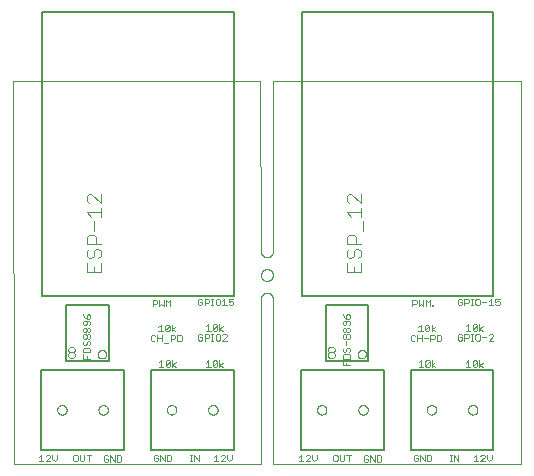
<source format=gto>
G75*
%MOIN*%
%OFA0B0*%
%FSLAX25Y25*%
%IPPOS*%
%LPD*%
%AMOC8*
5,1,8,0,0,1.08239X$1,22.5*
%
%ADD10C,0.00394*%
%ADD11C,0.00500*%
%ADD12C,0.00000*%
%ADD13C,0.00200*%
%ADD14C,0.00400*%
D10*
X0001394Y0001197D02*
X0001197Y0129031D01*
X0083559Y0129031D01*
X0083756Y0072063D01*
X0083755Y0072063D02*
X0083757Y0071976D01*
X0083763Y0071889D01*
X0083772Y0071802D01*
X0083786Y0071716D01*
X0083803Y0071631D01*
X0083824Y0071546D01*
X0083849Y0071463D01*
X0083877Y0071380D01*
X0083909Y0071299D01*
X0083945Y0071220D01*
X0083984Y0071142D01*
X0084026Y0071066D01*
X0084072Y0070992D01*
X0084121Y0070920D01*
X0084173Y0070850D01*
X0084228Y0070783D01*
X0084286Y0070718D01*
X0084347Y0070655D01*
X0084411Y0070596D01*
X0084477Y0070539D01*
X0084546Y0070486D01*
X0084617Y0070435D01*
X0084690Y0070388D01*
X0084765Y0070343D01*
X0084842Y0070303D01*
X0084920Y0070265D01*
X0085001Y0070232D01*
X0085082Y0070201D01*
X0085165Y0070175D01*
X0085250Y0070152D01*
X0085335Y0070133D01*
X0085420Y0070118D01*
X0085507Y0070106D01*
X0085593Y0070098D01*
X0085680Y0070094D01*
X0085768Y0070094D01*
X0085855Y0070098D01*
X0085941Y0070106D01*
X0086028Y0070118D01*
X0086113Y0070133D01*
X0086198Y0070152D01*
X0086283Y0070175D01*
X0086366Y0070201D01*
X0086447Y0070232D01*
X0086528Y0070265D01*
X0086606Y0070303D01*
X0086683Y0070343D01*
X0086758Y0070388D01*
X0086831Y0070435D01*
X0086902Y0070486D01*
X0086971Y0070539D01*
X0087037Y0070596D01*
X0087101Y0070655D01*
X0087162Y0070718D01*
X0087220Y0070783D01*
X0087275Y0070850D01*
X0087327Y0070920D01*
X0087376Y0070992D01*
X0087422Y0071066D01*
X0087464Y0071142D01*
X0087503Y0071220D01*
X0087539Y0071299D01*
X0087571Y0071380D01*
X0087599Y0071463D01*
X0087624Y0071546D01*
X0087645Y0071631D01*
X0087662Y0071716D01*
X0087676Y0071802D01*
X0087685Y0071889D01*
X0087691Y0071976D01*
X0087693Y0072063D01*
X0087693Y0128874D01*
X0170370Y0128874D01*
X0170370Y0001197D01*
X0087693Y0001197D01*
X0087693Y0056315D01*
X0087691Y0056402D01*
X0087685Y0056489D01*
X0087676Y0056576D01*
X0087662Y0056662D01*
X0087645Y0056747D01*
X0087624Y0056832D01*
X0087599Y0056915D01*
X0087571Y0056998D01*
X0087539Y0057079D01*
X0087503Y0057158D01*
X0087464Y0057236D01*
X0087422Y0057312D01*
X0087376Y0057386D01*
X0087327Y0057458D01*
X0087275Y0057528D01*
X0087220Y0057595D01*
X0087162Y0057660D01*
X0087101Y0057723D01*
X0087037Y0057782D01*
X0086971Y0057839D01*
X0086902Y0057892D01*
X0086831Y0057943D01*
X0086758Y0057990D01*
X0086683Y0058035D01*
X0086606Y0058075D01*
X0086528Y0058113D01*
X0086447Y0058146D01*
X0086366Y0058177D01*
X0086283Y0058203D01*
X0086198Y0058226D01*
X0086113Y0058245D01*
X0086028Y0058260D01*
X0085941Y0058272D01*
X0085855Y0058280D01*
X0085768Y0058284D01*
X0085680Y0058284D01*
X0085593Y0058280D01*
X0085507Y0058272D01*
X0085420Y0058260D01*
X0085335Y0058245D01*
X0085250Y0058226D01*
X0085165Y0058203D01*
X0085082Y0058177D01*
X0085001Y0058146D01*
X0084920Y0058113D01*
X0084842Y0058075D01*
X0084765Y0058035D01*
X0084690Y0057990D01*
X0084617Y0057943D01*
X0084546Y0057892D01*
X0084477Y0057839D01*
X0084411Y0057782D01*
X0084347Y0057723D01*
X0084286Y0057660D01*
X0084228Y0057595D01*
X0084173Y0057528D01*
X0084121Y0057458D01*
X0084072Y0057386D01*
X0084026Y0057312D01*
X0083984Y0057236D01*
X0083945Y0057158D01*
X0083909Y0057079D01*
X0083877Y0056998D01*
X0083849Y0056915D01*
X0083824Y0056832D01*
X0083803Y0056747D01*
X0083786Y0056662D01*
X0083772Y0056576D01*
X0083763Y0056489D01*
X0083757Y0056402D01*
X0083755Y0056315D01*
X0083756Y0056315D02*
X0083756Y0001197D01*
X0001394Y0001197D01*
X0083755Y0064189D02*
X0083757Y0064277D01*
X0083763Y0064365D01*
X0083773Y0064453D01*
X0083787Y0064541D01*
X0083804Y0064627D01*
X0083826Y0064713D01*
X0083851Y0064797D01*
X0083881Y0064881D01*
X0083913Y0064963D01*
X0083950Y0065043D01*
X0083990Y0065122D01*
X0084034Y0065199D01*
X0084081Y0065274D01*
X0084131Y0065346D01*
X0084185Y0065417D01*
X0084241Y0065484D01*
X0084301Y0065550D01*
X0084363Y0065612D01*
X0084429Y0065672D01*
X0084496Y0065728D01*
X0084567Y0065782D01*
X0084639Y0065832D01*
X0084714Y0065879D01*
X0084791Y0065923D01*
X0084870Y0065963D01*
X0084950Y0066000D01*
X0085032Y0066032D01*
X0085116Y0066062D01*
X0085200Y0066087D01*
X0085286Y0066109D01*
X0085372Y0066126D01*
X0085460Y0066140D01*
X0085548Y0066150D01*
X0085636Y0066156D01*
X0085724Y0066158D01*
X0085812Y0066156D01*
X0085900Y0066150D01*
X0085988Y0066140D01*
X0086076Y0066126D01*
X0086162Y0066109D01*
X0086248Y0066087D01*
X0086332Y0066062D01*
X0086416Y0066032D01*
X0086498Y0066000D01*
X0086578Y0065963D01*
X0086657Y0065923D01*
X0086734Y0065879D01*
X0086809Y0065832D01*
X0086881Y0065782D01*
X0086952Y0065728D01*
X0087019Y0065672D01*
X0087085Y0065612D01*
X0087147Y0065550D01*
X0087207Y0065484D01*
X0087263Y0065417D01*
X0087317Y0065346D01*
X0087367Y0065274D01*
X0087414Y0065199D01*
X0087458Y0065122D01*
X0087498Y0065043D01*
X0087535Y0064963D01*
X0087567Y0064881D01*
X0087597Y0064797D01*
X0087622Y0064713D01*
X0087644Y0064627D01*
X0087661Y0064541D01*
X0087675Y0064453D01*
X0087685Y0064365D01*
X0087691Y0064277D01*
X0087693Y0064189D01*
X0087691Y0064101D01*
X0087685Y0064013D01*
X0087675Y0063925D01*
X0087661Y0063837D01*
X0087644Y0063751D01*
X0087622Y0063665D01*
X0087597Y0063581D01*
X0087567Y0063497D01*
X0087535Y0063415D01*
X0087498Y0063335D01*
X0087458Y0063256D01*
X0087414Y0063179D01*
X0087367Y0063104D01*
X0087317Y0063032D01*
X0087263Y0062961D01*
X0087207Y0062894D01*
X0087147Y0062828D01*
X0087085Y0062766D01*
X0087019Y0062706D01*
X0086952Y0062650D01*
X0086881Y0062596D01*
X0086809Y0062546D01*
X0086734Y0062499D01*
X0086657Y0062455D01*
X0086578Y0062415D01*
X0086498Y0062378D01*
X0086416Y0062346D01*
X0086332Y0062316D01*
X0086248Y0062291D01*
X0086162Y0062269D01*
X0086076Y0062252D01*
X0085988Y0062238D01*
X0085900Y0062228D01*
X0085812Y0062222D01*
X0085724Y0062220D01*
X0085636Y0062222D01*
X0085548Y0062228D01*
X0085460Y0062238D01*
X0085372Y0062252D01*
X0085286Y0062269D01*
X0085200Y0062291D01*
X0085116Y0062316D01*
X0085032Y0062346D01*
X0084950Y0062378D01*
X0084870Y0062415D01*
X0084791Y0062455D01*
X0084714Y0062499D01*
X0084639Y0062546D01*
X0084567Y0062596D01*
X0084496Y0062650D01*
X0084429Y0062706D01*
X0084363Y0062766D01*
X0084301Y0062828D01*
X0084241Y0062894D01*
X0084185Y0062961D01*
X0084131Y0063032D01*
X0084081Y0063104D01*
X0084034Y0063179D01*
X0083990Y0063256D01*
X0083950Y0063335D01*
X0083913Y0063415D01*
X0083881Y0063497D01*
X0083851Y0063581D01*
X0083826Y0063665D01*
X0083804Y0063751D01*
X0083787Y0063837D01*
X0083773Y0063925D01*
X0083763Y0064013D01*
X0083757Y0064101D01*
X0083755Y0064189D01*
D11*
X0074622Y0057142D02*
X0074622Y0152024D01*
X0010843Y0152024D01*
X0010843Y0057142D01*
X0074622Y0057142D01*
X0097457Y0057142D02*
X0097457Y0152024D01*
X0161236Y0152024D01*
X0161236Y0057142D01*
X0097457Y0057142D01*
X0105357Y0054198D02*
X0105357Y0035598D01*
X0119557Y0035598D01*
X0119557Y0054198D01*
X0105357Y0054198D01*
X0097102Y0032654D02*
X0124661Y0032654D01*
X0124661Y0005882D01*
X0097102Y0005882D01*
X0097102Y0032654D01*
X0074622Y0032654D02*
X0047063Y0032654D01*
X0047063Y0005882D01*
X0074622Y0005882D01*
X0074622Y0032654D01*
X0038047Y0032654D02*
X0038047Y0005882D01*
X0010488Y0005882D01*
X0010488Y0032654D01*
X0038047Y0032654D01*
X0032943Y0035598D02*
X0018743Y0035598D01*
X0018743Y0054198D01*
X0032943Y0054198D01*
X0032943Y0035598D01*
X0133677Y0032654D02*
X0133677Y0005882D01*
X0161236Y0005882D01*
X0161236Y0032654D01*
X0133677Y0032654D01*
D12*
X0138992Y0019268D02*
X0138994Y0019347D01*
X0139000Y0019426D01*
X0139010Y0019505D01*
X0139024Y0019583D01*
X0139041Y0019660D01*
X0139063Y0019736D01*
X0139088Y0019811D01*
X0139118Y0019884D01*
X0139150Y0019956D01*
X0139187Y0020027D01*
X0139227Y0020095D01*
X0139270Y0020161D01*
X0139316Y0020225D01*
X0139366Y0020287D01*
X0139419Y0020346D01*
X0139474Y0020402D01*
X0139533Y0020456D01*
X0139594Y0020506D01*
X0139657Y0020554D01*
X0139723Y0020598D01*
X0139791Y0020639D01*
X0139861Y0020676D01*
X0139932Y0020710D01*
X0140006Y0020740D01*
X0140080Y0020766D01*
X0140156Y0020788D01*
X0140233Y0020807D01*
X0140311Y0020822D01*
X0140389Y0020833D01*
X0140468Y0020840D01*
X0140547Y0020843D01*
X0140626Y0020842D01*
X0140705Y0020837D01*
X0140784Y0020828D01*
X0140862Y0020815D01*
X0140939Y0020798D01*
X0141016Y0020778D01*
X0141091Y0020753D01*
X0141165Y0020725D01*
X0141238Y0020693D01*
X0141308Y0020658D01*
X0141377Y0020619D01*
X0141444Y0020576D01*
X0141509Y0020530D01*
X0141571Y0020482D01*
X0141631Y0020430D01*
X0141688Y0020375D01*
X0141742Y0020317D01*
X0141793Y0020257D01*
X0141841Y0020194D01*
X0141886Y0020129D01*
X0141928Y0020061D01*
X0141966Y0019992D01*
X0142000Y0019921D01*
X0142031Y0019848D01*
X0142059Y0019773D01*
X0142082Y0019698D01*
X0142102Y0019621D01*
X0142118Y0019544D01*
X0142130Y0019465D01*
X0142138Y0019387D01*
X0142142Y0019308D01*
X0142142Y0019228D01*
X0142138Y0019149D01*
X0142130Y0019071D01*
X0142118Y0018992D01*
X0142102Y0018915D01*
X0142082Y0018838D01*
X0142059Y0018763D01*
X0142031Y0018688D01*
X0142000Y0018615D01*
X0141966Y0018544D01*
X0141928Y0018475D01*
X0141886Y0018407D01*
X0141841Y0018342D01*
X0141793Y0018279D01*
X0141742Y0018219D01*
X0141688Y0018161D01*
X0141631Y0018106D01*
X0141571Y0018054D01*
X0141509Y0018006D01*
X0141444Y0017960D01*
X0141377Y0017917D01*
X0141308Y0017878D01*
X0141238Y0017843D01*
X0141165Y0017811D01*
X0141091Y0017783D01*
X0141016Y0017758D01*
X0140939Y0017738D01*
X0140862Y0017721D01*
X0140784Y0017708D01*
X0140705Y0017699D01*
X0140626Y0017694D01*
X0140547Y0017693D01*
X0140468Y0017696D01*
X0140389Y0017703D01*
X0140311Y0017714D01*
X0140233Y0017729D01*
X0140156Y0017748D01*
X0140080Y0017770D01*
X0140006Y0017796D01*
X0139932Y0017826D01*
X0139861Y0017860D01*
X0139791Y0017897D01*
X0139723Y0017938D01*
X0139657Y0017982D01*
X0139594Y0018030D01*
X0139533Y0018080D01*
X0139474Y0018134D01*
X0139419Y0018190D01*
X0139366Y0018249D01*
X0139316Y0018311D01*
X0139270Y0018375D01*
X0139227Y0018441D01*
X0139187Y0018509D01*
X0139150Y0018580D01*
X0139118Y0018652D01*
X0139088Y0018725D01*
X0139063Y0018800D01*
X0139041Y0018876D01*
X0139024Y0018953D01*
X0139010Y0019031D01*
X0139000Y0019110D01*
X0138994Y0019189D01*
X0138992Y0019268D01*
X0152771Y0019268D02*
X0152773Y0019347D01*
X0152779Y0019426D01*
X0152789Y0019505D01*
X0152803Y0019583D01*
X0152820Y0019660D01*
X0152842Y0019736D01*
X0152867Y0019811D01*
X0152897Y0019884D01*
X0152929Y0019956D01*
X0152966Y0020027D01*
X0153006Y0020095D01*
X0153049Y0020161D01*
X0153095Y0020225D01*
X0153145Y0020287D01*
X0153198Y0020346D01*
X0153253Y0020402D01*
X0153312Y0020456D01*
X0153373Y0020506D01*
X0153436Y0020554D01*
X0153502Y0020598D01*
X0153570Y0020639D01*
X0153640Y0020676D01*
X0153711Y0020710D01*
X0153785Y0020740D01*
X0153859Y0020766D01*
X0153935Y0020788D01*
X0154012Y0020807D01*
X0154090Y0020822D01*
X0154168Y0020833D01*
X0154247Y0020840D01*
X0154326Y0020843D01*
X0154405Y0020842D01*
X0154484Y0020837D01*
X0154563Y0020828D01*
X0154641Y0020815D01*
X0154718Y0020798D01*
X0154795Y0020778D01*
X0154870Y0020753D01*
X0154944Y0020725D01*
X0155017Y0020693D01*
X0155087Y0020658D01*
X0155156Y0020619D01*
X0155223Y0020576D01*
X0155288Y0020530D01*
X0155350Y0020482D01*
X0155410Y0020430D01*
X0155467Y0020375D01*
X0155521Y0020317D01*
X0155572Y0020257D01*
X0155620Y0020194D01*
X0155665Y0020129D01*
X0155707Y0020061D01*
X0155745Y0019992D01*
X0155779Y0019921D01*
X0155810Y0019848D01*
X0155838Y0019773D01*
X0155861Y0019698D01*
X0155881Y0019621D01*
X0155897Y0019544D01*
X0155909Y0019465D01*
X0155917Y0019387D01*
X0155921Y0019308D01*
X0155921Y0019228D01*
X0155917Y0019149D01*
X0155909Y0019071D01*
X0155897Y0018992D01*
X0155881Y0018915D01*
X0155861Y0018838D01*
X0155838Y0018763D01*
X0155810Y0018688D01*
X0155779Y0018615D01*
X0155745Y0018544D01*
X0155707Y0018475D01*
X0155665Y0018407D01*
X0155620Y0018342D01*
X0155572Y0018279D01*
X0155521Y0018219D01*
X0155467Y0018161D01*
X0155410Y0018106D01*
X0155350Y0018054D01*
X0155288Y0018006D01*
X0155223Y0017960D01*
X0155156Y0017917D01*
X0155087Y0017878D01*
X0155017Y0017843D01*
X0154944Y0017811D01*
X0154870Y0017783D01*
X0154795Y0017758D01*
X0154718Y0017738D01*
X0154641Y0017721D01*
X0154563Y0017708D01*
X0154484Y0017699D01*
X0154405Y0017694D01*
X0154326Y0017693D01*
X0154247Y0017696D01*
X0154168Y0017703D01*
X0154090Y0017714D01*
X0154012Y0017729D01*
X0153935Y0017748D01*
X0153859Y0017770D01*
X0153785Y0017796D01*
X0153711Y0017826D01*
X0153640Y0017860D01*
X0153570Y0017897D01*
X0153502Y0017938D01*
X0153436Y0017982D01*
X0153373Y0018030D01*
X0153312Y0018080D01*
X0153253Y0018134D01*
X0153198Y0018190D01*
X0153145Y0018249D01*
X0153095Y0018311D01*
X0153049Y0018375D01*
X0153006Y0018441D01*
X0152966Y0018509D01*
X0152929Y0018580D01*
X0152897Y0018652D01*
X0152867Y0018725D01*
X0152842Y0018800D01*
X0152820Y0018876D01*
X0152803Y0018953D01*
X0152789Y0019031D01*
X0152779Y0019110D01*
X0152773Y0019189D01*
X0152771Y0019268D01*
X0116197Y0019268D02*
X0116199Y0019347D01*
X0116205Y0019426D01*
X0116215Y0019505D01*
X0116229Y0019583D01*
X0116246Y0019660D01*
X0116268Y0019736D01*
X0116293Y0019811D01*
X0116323Y0019884D01*
X0116355Y0019956D01*
X0116392Y0020027D01*
X0116432Y0020095D01*
X0116475Y0020161D01*
X0116521Y0020225D01*
X0116571Y0020287D01*
X0116624Y0020346D01*
X0116679Y0020402D01*
X0116738Y0020456D01*
X0116799Y0020506D01*
X0116862Y0020554D01*
X0116928Y0020598D01*
X0116996Y0020639D01*
X0117066Y0020676D01*
X0117137Y0020710D01*
X0117211Y0020740D01*
X0117285Y0020766D01*
X0117361Y0020788D01*
X0117438Y0020807D01*
X0117516Y0020822D01*
X0117594Y0020833D01*
X0117673Y0020840D01*
X0117752Y0020843D01*
X0117831Y0020842D01*
X0117910Y0020837D01*
X0117989Y0020828D01*
X0118067Y0020815D01*
X0118144Y0020798D01*
X0118221Y0020778D01*
X0118296Y0020753D01*
X0118370Y0020725D01*
X0118443Y0020693D01*
X0118513Y0020658D01*
X0118582Y0020619D01*
X0118649Y0020576D01*
X0118714Y0020530D01*
X0118776Y0020482D01*
X0118836Y0020430D01*
X0118893Y0020375D01*
X0118947Y0020317D01*
X0118998Y0020257D01*
X0119046Y0020194D01*
X0119091Y0020129D01*
X0119133Y0020061D01*
X0119171Y0019992D01*
X0119205Y0019921D01*
X0119236Y0019848D01*
X0119264Y0019773D01*
X0119287Y0019698D01*
X0119307Y0019621D01*
X0119323Y0019544D01*
X0119335Y0019465D01*
X0119343Y0019387D01*
X0119347Y0019308D01*
X0119347Y0019228D01*
X0119343Y0019149D01*
X0119335Y0019071D01*
X0119323Y0018992D01*
X0119307Y0018915D01*
X0119287Y0018838D01*
X0119264Y0018763D01*
X0119236Y0018688D01*
X0119205Y0018615D01*
X0119171Y0018544D01*
X0119133Y0018475D01*
X0119091Y0018407D01*
X0119046Y0018342D01*
X0118998Y0018279D01*
X0118947Y0018219D01*
X0118893Y0018161D01*
X0118836Y0018106D01*
X0118776Y0018054D01*
X0118714Y0018006D01*
X0118649Y0017960D01*
X0118582Y0017917D01*
X0118513Y0017878D01*
X0118443Y0017843D01*
X0118370Y0017811D01*
X0118296Y0017783D01*
X0118221Y0017758D01*
X0118144Y0017738D01*
X0118067Y0017721D01*
X0117989Y0017708D01*
X0117910Y0017699D01*
X0117831Y0017694D01*
X0117752Y0017693D01*
X0117673Y0017696D01*
X0117594Y0017703D01*
X0117516Y0017714D01*
X0117438Y0017729D01*
X0117361Y0017748D01*
X0117285Y0017770D01*
X0117211Y0017796D01*
X0117137Y0017826D01*
X0117066Y0017860D01*
X0116996Y0017897D01*
X0116928Y0017938D01*
X0116862Y0017982D01*
X0116799Y0018030D01*
X0116738Y0018080D01*
X0116679Y0018134D01*
X0116624Y0018190D01*
X0116571Y0018249D01*
X0116521Y0018311D01*
X0116475Y0018375D01*
X0116432Y0018441D01*
X0116392Y0018509D01*
X0116355Y0018580D01*
X0116323Y0018652D01*
X0116293Y0018725D01*
X0116268Y0018800D01*
X0116246Y0018876D01*
X0116229Y0018953D01*
X0116215Y0019031D01*
X0116205Y0019110D01*
X0116199Y0019189D01*
X0116197Y0019268D01*
X0102417Y0019268D02*
X0102419Y0019347D01*
X0102425Y0019426D01*
X0102435Y0019505D01*
X0102449Y0019583D01*
X0102466Y0019660D01*
X0102488Y0019736D01*
X0102513Y0019811D01*
X0102543Y0019884D01*
X0102575Y0019956D01*
X0102612Y0020027D01*
X0102652Y0020095D01*
X0102695Y0020161D01*
X0102741Y0020225D01*
X0102791Y0020287D01*
X0102844Y0020346D01*
X0102899Y0020402D01*
X0102958Y0020456D01*
X0103019Y0020506D01*
X0103082Y0020554D01*
X0103148Y0020598D01*
X0103216Y0020639D01*
X0103286Y0020676D01*
X0103357Y0020710D01*
X0103431Y0020740D01*
X0103505Y0020766D01*
X0103581Y0020788D01*
X0103658Y0020807D01*
X0103736Y0020822D01*
X0103814Y0020833D01*
X0103893Y0020840D01*
X0103972Y0020843D01*
X0104051Y0020842D01*
X0104130Y0020837D01*
X0104209Y0020828D01*
X0104287Y0020815D01*
X0104364Y0020798D01*
X0104441Y0020778D01*
X0104516Y0020753D01*
X0104590Y0020725D01*
X0104663Y0020693D01*
X0104733Y0020658D01*
X0104802Y0020619D01*
X0104869Y0020576D01*
X0104934Y0020530D01*
X0104996Y0020482D01*
X0105056Y0020430D01*
X0105113Y0020375D01*
X0105167Y0020317D01*
X0105218Y0020257D01*
X0105266Y0020194D01*
X0105311Y0020129D01*
X0105353Y0020061D01*
X0105391Y0019992D01*
X0105425Y0019921D01*
X0105456Y0019848D01*
X0105484Y0019773D01*
X0105507Y0019698D01*
X0105527Y0019621D01*
X0105543Y0019544D01*
X0105555Y0019465D01*
X0105563Y0019387D01*
X0105567Y0019308D01*
X0105567Y0019228D01*
X0105563Y0019149D01*
X0105555Y0019071D01*
X0105543Y0018992D01*
X0105527Y0018915D01*
X0105507Y0018838D01*
X0105484Y0018763D01*
X0105456Y0018688D01*
X0105425Y0018615D01*
X0105391Y0018544D01*
X0105353Y0018475D01*
X0105311Y0018407D01*
X0105266Y0018342D01*
X0105218Y0018279D01*
X0105167Y0018219D01*
X0105113Y0018161D01*
X0105056Y0018106D01*
X0104996Y0018054D01*
X0104934Y0018006D01*
X0104869Y0017960D01*
X0104802Y0017917D01*
X0104733Y0017878D01*
X0104663Y0017843D01*
X0104590Y0017811D01*
X0104516Y0017783D01*
X0104441Y0017758D01*
X0104364Y0017738D01*
X0104287Y0017721D01*
X0104209Y0017708D01*
X0104130Y0017699D01*
X0104051Y0017694D01*
X0103972Y0017693D01*
X0103893Y0017696D01*
X0103814Y0017703D01*
X0103736Y0017714D01*
X0103658Y0017729D01*
X0103581Y0017748D01*
X0103505Y0017770D01*
X0103431Y0017796D01*
X0103357Y0017826D01*
X0103286Y0017860D01*
X0103216Y0017897D01*
X0103148Y0017938D01*
X0103082Y0017982D01*
X0103019Y0018030D01*
X0102958Y0018080D01*
X0102899Y0018134D01*
X0102844Y0018190D01*
X0102791Y0018249D01*
X0102741Y0018311D01*
X0102695Y0018375D01*
X0102652Y0018441D01*
X0102612Y0018509D01*
X0102575Y0018580D01*
X0102543Y0018652D01*
X0102513Y0018725D01*
X0102488Y0018800D01*
X0102466Y0018876D01*
X0102449Y0018953D01*
X0102435Y0019031D01*
X0102425Y0019110D01*
X0102419Y0019189D01*
X0102417Y0019268D01*
X0066157Y0019268D02*
X0066159Y0019347D01*
X0066165Y0019426D01*
X0066175Y0019505D01*
X0066189Y0019583D01*
X0066206Y0019660D01*
X0066228Y0019736D01*
X0066253Y0019811D01*
X0066283Y0019884D01*
X0066315Y0019956D01*
X0066352Y0020027D01*
X0066392Y0020095D01*
X0066435Y0020161D01*
X0066481Y0020225D01*
X0066531Y0020287D01*
X0066584Y0020346D01*
X0066639Y0020402D01*
X0066698Y0020456D01*
X0066759Y0020506D01*
X0066822Y0020554D01*
X0066888Y0020598D01*
X0066956Y0020639D01*
X0067026Y0020676D01*
X0067097Y0020710D01*
X0067171Y0020740D01*
X0067245Y0020766D01*
X0067321Y0020788D01*
X0067398Y0020807D01*
X0067476Y0020822D01*
X0067554Y0020833D01*
X0067633Y0020840D01*
X0067712Y0020843D01*
X0067791Y0020842D01*
X0067870Y0020837D01*
X0067949Y0020828D01*
X0068027Y0020815D01*
X0068104Y0020798D01*
X0068181Y0020778D01*
X0068256Y0020753D01*
X0068330Y0020725D01*
X0068403Y0020693D01*
X0068473Y0020658D01*
X0068542Y0020619D01*
X0068609Y0020576D01*
X0068674Y0020530D01*
X0068736Y0020482D01*
X0068796Y0020430D01*
X0068853Y0020375D01*
X0068907Y0020317D01*
X0068958Y0020257D01*
X0069006Y0020194D01*
X0069051Y0020129D01*
X0069093Y0020061D01*
X0069131Y0019992D01*
X0069165Y0019921D01*
X0069196Y0019848D01*
X0069224Y0019773D01*
X0069247Y0019698D01*
X0069267Y0019621D01*
X0069283Y0019544D01*
X0069295Y0019465D01*
X0069303Y0019387D01*
X0069307Y0019308D01*
X0069307Y0019228D01*
X0069303Y0019149D01*
X0069295Y0019071D01*
X0069283Y0018992D01*
X0069267Y0018915D01*
X0069247Y0018838D01*
X0069224Y0018763D01*
X0069196Y0018688D01*
X0069165Y0018615D01*
X0069131Y0018544D01*
X0069093Y0018475D01*
X0069051Y0018407D01*
X0069006Y0018342D01*
X0068958Y0018279D01*
X0068907Y0018219D01*
X0068853Y0018161D01*
X0068796Y0018106D01*
X0068736Y0018054D01*
X0068674Y0018006D01*
X0068609Y0017960D01*
X0068542Y0017917D01*
X0068473Y0017878D01*
X0068403Y0017843D01*
X0068330Y0017811D01*
X0068256Y0017783D01*
X0068181Y0017758D01*
X0068104Y0017738D01*
X0068027Y0017721D01*
X0067949Y0017708D01*
X0067870Y0017699D01*
X0067791Y0017694D01*
X0067712Y0017693D01*
X0067633Y0017696D01*
X0067554Y0017703D01*
X0067476Y0017714D01*
X0067398Y0017729D01*
X0067321Y0017748D01*
X0067245Y0017770D01*
X0067171Y0017796D01*
X0067097Y0017826D01*
X0067026Y0017860D01*
X0066956Y0017897D01*
X0066888Y0017938D01*
X0066822Y0017982D01*
X0066759Y0018030D01*
X0066698Y0018080D01*
X0066639Y0018134D01*
X0066584Y0018190D01*
X0066531Y0018249D01*
X0066481Y0018311D01*
X0066435Y0018375D01*
X0066392Y0018441D01*
X0066352Y0018509D01*
X0066315Y0018580D01*
X0066283Y0018652D01*
X0066253Y0018725D01*
X0066228Y0018800D01*
X0066206Y0018876D01*
X0066189Y0018953D01*
X0066175Y0019031D01*
X0066165Y0019110D01*
X0066159Y0019189D01*
X0066157Y0019268D01*
X0052378Y0019268D02*
X0052380Y0019347D01*
X0052386Y0019426D01*
X0052396Y0019505D01*
X0052410Y0019583D01*
X0052427Y0019660D01*
X0052449Y0019736D01*
X0052474Y0019811D01*
X0052504Y0019884D01*
X0052536Y0019956D01*
X0052573Y0020027D01*
X0052613Y0020095D01*
X0052656Y0020161D01*
X0052702Y0020225D01*
X0052752Y0020287D01*
X0052805Y0020346D01*
X0052860Y0020402D01*
X0052919Y0020456D01*
X0052980Y0020506D01*
X0053043Y0020554D01*
X0053109Y0020598D01*
X0053177Y0020639D01*
X0053247Y0020676D01*
X0053318Y0020710D01*
X0053392Y0020740D01*
X0053466Y0020766D01*
X0053542Y0020788D01*
X0053619Y0020807D01*
X0053697Y0020822D01*
X0053775Y0020833D01*
X0053854Y0020840D01*
X0053933Y0020843D01*
X0054012Y0020842D01*
X0054091Y0020837D01*
X0054170Y0020828D01*
X0054248Y0020815D01*
X0054325Y0020798D01*
X0054402Y0020778D01*
X0054477Y0020753D01*
X0054551Y0020725D01*
X0054624Y0020693D01*
X0054694Y0020658D01*
X0054763Y0020619D01*
X0054830Y0020576D01*
X0054895Y0020530D01*
X0054957Y0020482D01*
X0055017Y0020430D01*
X0055074Y0020375D01*
X0055128Y0020317D01*
X0055179Y0020257D01*
X0055227Y0020194D01*
X0055272Y0020129D01*
X0055314Y0020061D01*
X0055352Y0019992D01*
X0055386Y0019921D01*
X0055417Y0019848D01*
X0055445Y0019773D01*
X0055468Y0019698D01*
X0055488Y0019621D01*
X0055504Y0019544D01*
X0055516Y0019465D01*
X0055524Y0019387D01*
X0055528Y0019308D01*
X0055528Y0019228D01*
X0055524Y0019149D01*
X0055516Y0019071D01*
X0055504Y0018992D01*
X0055488Y0018915D01*
X0055468Y0018838D01*
X0055445Y0018763D01*
X0055417Y0018688D01*
X0055386Y0018615D01*
X0055352Y0018544D01*
X0055314Y0018475D01*
X0055272Y0018407D01*
X0055227Y0018342D01*
X0055179Y0018279D01*
X0055128Y0018219D01*
X0055074Y0018161D01*
X0055017Y0018106D01*
X0054957Y0018054D01*
X0054895Y0018006D01*
X0054830Y0017960D01*
X0054763Y0017917D01*
X0054694Y0017878D01*
X0054624Y0017843D01*
X0054551Y0017811D01*
X0054477Y0017783D01*
X0054402Y0017758D01*
X0054325Y0017738D01*
X0054248Y0017721D01*
X0054170Y0017708D01*
X0054091Y0017699D01*
X0054012Y0017694D01*
X0053933Y0017693D01*
X0053854Y0017696D01*
X0053775Y0017703D01*
X0053697Y0017714D01*
X0053619Y0017729D01*
X0053542Y0017748D01*
X0053466Y0017770D01*
X0053392Y0017796D01*
X0053318Y0017826D01*
X0053247Y0017860D01*
X0053177Y0017897D01*
X0053109Y0017938D01*
X0053043Y0017982D01*
X0052980Y0018030D01*
X0052919Y0018080D01*
X0052860Y0018134D01*
X0052805Y0018190D01*
X0052752Y0018249D01*
X0052702Y0018311D01*
X0052656Y0018375D01*
X0052613Y0018441D01*
X0052573Y0018509D01*
X0052536Y0018580D01*
X0052504Y0018652D01*
X0052474Y0018725D01*
X0052449Y0018800D01*
X0052427Y0018876D01*
X0052410Y0018953D01*
X0052396Y0019031D01*
X0052386Y0019110D01*
X0052380Y0019189D01*
X0052378Y0019268D01*
X0029582Y0019268D02*
X0029584Y0019347D01*
X0029590Y0019426D01*
X0029600Y0019505D01*
X0029614Y0019583D01*
X0029631Y0019660D01*
X0029653Y0019736D01*
X0029678Y0019811D01*
X0029708Y0019884D01*
X0029740Y0019956D01*
X0029777Y0020027D01*
X0029817Y0020095D01*
X0029860Y0020161D01*
X0029906Y0020225D01*
X0029956Y0020287D01*
X0030009Y0020346D01*
X0030064Y0020402D01*
X0030123Y0020456D01*
X0030184Y0020506D01*
X0030247Y0020554D01*
X0030313Y0020598D01*
X0030381Y0020639D01*
X0030451Y0020676D01*
X0030522Y0020710D01*
X0030596Y0020740D01*
X0030670Y0020766D01*
X0030746Y0020788D01*
X0030823Y0020807D01*
X0030901Y0020822D01*
X0030979Y0020833D01*
X0031058Y0020840D01*
X0031137Y0020843D01*
X0031216Y0020842D01*
X0031295Y0020837D01*
X0031374Y0020828D01*
X0031452Y0020815D01*
X0031529Y0020798D01*
X0031606Y0020778D01*
X0031681Y0020753D01*
X0031755Y0020725D01*
X0031828Y0020693D01*
X0031898Y0020658D01*
X0031967Y0020619D01*
X0032034Y0020576D01*
X0032099Y0020530D01*
X0032161Y0020482D01*
X0032221Y0020430D01*
X0032278Y0020375D01*
X0032332Y0020317D01*
X0032383Y0020257D01*
X0032431Y0020194D01*
X0032476Y0020129D01*
X0032518Y0020061D01*
X0032556Y0019992D01*
X0032590Y0019921D01*
X0032621Y0019848D01*
X0032649Y0019773D01*
X0032672Y0019698D01*
X0032692Y0019621D01*
X0032708Y0019544D01*
X0032720Y0019465D01*
X0032728Y0019387D01*
X0032732Y0019308D01*
X0032732Y0019228D01*
X0032728Y0019149D01*
X0032720Y0019071D01*
X0032708Y0018992D01*
X0032692Y0018915D01*
X0032672Y0018838D01*
X0032649Y0018763D01*
X0032621Y0018688D01*
X0032590Y0018615D01*
X0032556Y0018544D01*
X0032518Y0018475D01*
X0032476Y0018407D01*
X0032431Y0018342D01*
X0032383Y0018279D01*
X0032332Y0018219D01*
X0032278Y0018161D01*
X0032221Y0018106D01*
X0032161Y0018054D01*
X0032099Y0018006D01*
X0032034Y0017960D01*
X0031967Y0017917D01*
X0031898Y0017878D01*
X0031828Y0017843D01*
X0031755Y0017811D01*
X0031681Y0017783D01*
X0031606Y0017758D01*
X0031529Y0017738D01*
X0031452Y0017721D01*
X0031374Y0017708D01*
X0031295Y0017699D01*
X0031216Y0017694D01*
X0031137Y0017693D01*
X0031058Y0017696D01*
X0030979Y0017703D01*
X0030901Y0017714D01*
X0030823Y0017729D01*
X0030746Y0017748D01*
X0030670Y0017770D01*
X0030596Y0017796D01*
X0030522Y0017826D01*
X0030451Y0017860D01*
X0030381Y0017897D01*
X0030313Y0017938D01*
X0030247Y0017982D01*
X0030184Y0018030D01*
X0030123Y0018080D01*
X0030064Y0018134D01*
X0030009Y0018190D01*
X0029956Y0018249D01*
X0029906Y0018311D01*
X0029860Y0018375D01*
X0029817Y0018441D01*
X0029777Y0018509D01*
X0029740Y0018580D01*
X0029708Y0018652D01*
X0029678Y0018725D01*
X0029653Y0018800D01*
X0029631Y0018876D01*
X0029614Y0018953D01*
X0029600Y0019031D01*
X0029590Y0019110D01*
X0029584Y0019189D01*
X0029582Y0019268D01*
X0015803Y0019268D02*
X0015805Y0019347D01*
X0015811Y0019426D01*
X0015821Y0019505D01*
X0015835Y0019583D01*
X0015852Y0019660D01*
X0015874Y0019736D01*
X0015899Y0019811D01*
X0015929Y0019884D01*
X0015961Y0019956D01*
X0015998Y0020027D01*
X0016038Y0020095D01*
X0016081Y0020161D01*
X0016127Y0020225D01*
X0016177Y0020287D01*
X0016230Y0020346D01*
X0016285Y0020402D01*
X0016344Y0020456D01*
X0016405Y0020506D01*
X0016468Y0020554D01*
X0016534Y0020598D01*
X0016602Y0020639D01*
X0016672Y0020676D01*
X0016743Y0020710D01*
X0016817Y0020740D01*
X0016891Y0020766D01*
X0016967Y0020788D01*
X0017044Y0020807D01*
X0017122Y0020822D01*
X0017200Y0020833D01*
X0017279Y0020840D01*
X0017358Y0020843D01*
X0017437Y0020842D01*
X0017516Y0020837D01*
X0017595Y0020828D01*
X0017673Y0020815D01*
X0017750Y0020798D01*
X0017827Y0020778D01*
X0017902Y0020753D01*
X0017976Y0020725D01*
X0018049Y0020693D01*
X0018119Y0020658D01*
X0018188Y0020619D01*
X0018255Y0020576D01*
X0018320Y0020530D01*
X0018382Y0020482D01*
X0018442Y0020430D01*
X0018499Y0020375D01*
X0018553Y0020317D01*
X0018604Y0020257D01*
X0018652Y0020194D01*
X0018697Y0020129D01*
X0018739Y0020061D01*
X0018777Y0019992D01*
X0018811Y0019921D01*
X0018842Y0019848D01*
X0018870Y0019773D01*
X0018893Y0019698D01*
X0018913Y0019621D01*
X0018929Y0019544D01*
X0018941Y0019465D01*
X0018949Y0019387D01*
X0018953Y0019308D01*
X0018953Y0019228D01*
X0018949Y0019149D01*
X0018941Y0019071D01*
X0018929Y0018992D01*
X0018913Y0018915D01*
X0018893Y0018838D01*
X0018870Y0018763D01*
X0018842Y0018688D01*
X0018811Y0018615D01*
X0018777Y0018544D01*
X0018739Y0018475D01*
X0018697Y0018407D01*
X0018652Y0018342D01*
X0018604Y0018279D01*
X0018553Y0018219D01*
X0018499Y0018161D01*
X0018442Y0018106D01*
X0018382Y0018054D01*
X0018320Y0018006D01*
X0018255Y0017960D01*
X0018188Y0017917D01*
X0018119Y0017878D01*
X0018049Y0017843D01*
X0017976Y0017811D01*
X0017902Y0017783D01*
X0017827Y0017758D01*
X0017750Y0017738D01*
X0017673Y0017721D01*
X0017595Y0017708D01*
X0017516Y0017699D01*
X0017437Y0017694D01*
X0017358Y0017693D01*
X0017279Y0017696D01*
X0017200Y0017703D01*
X0017122Y0017714D01*
X0017044Y0017729D01*
X0016967Y0017748D01*
X0016891Y0017770D01*
X0016817Y0017796D01*
X0016743Y0017826D01*
X0016672Y0017860D01*
X0016602Y0017897D01*
X0016534Y0017938D01*
X0016468Y0017982D01*
X0016405Y0018030D01*
X0016344Y0018080D01*
X0016285Y0018134D01*
X0016230Y0018190D01*
X0016177Y0018249D01*
X0016127Y0018311D01*
X0016081Y0018375D01*
X0016038Y0018441D01*
X0015998Y0018509D01*
X0015961Y0018580D01*
X0015929Y0018652D01*
X0015899Y0018725D01*
X0015874Y0018800D01*
X0015852Y0018876D01*
X0015835Y0018953D01*
X0015821Y0019031D01*
X0015811Y0019110D01*
X0015805Y0019189D01*
X0015803Y0019268D01*
D13*
X0015673Y0004366D02*
X0015673Y0002899D01*
X0014939Y0002165D01*
X0014205Y0002899D01*
X0014205Y0004366D01*
X0013463Y0003999D02*
X0013096Y0004366D01*
X0012362Y0004366D01*
X0011995Y0003999D01*
X0013463Y0003999D02*
X0013463Y0003632D01*
X0011995Y0002165D01*
X0013463Y0002165D01*
X0011253Y0002165D02*
X0009785Y0002165D01*
X0010519Y0002165D02*
X0010519Y0004366D01*
X0009785Y0003632D01*
X0021203Y0003999D02*
X0021203Y0002532D01*
X0021570Y0002165D01*
X0022304Y0002165D01*
X0022671Y0002532D01*
X0022671Y0003999D01*
X0022304Y0004366D01*
X0021570Y0004366D01*
X0021203Y0003999D01*
X0023412Y0004366D02*
X0023412Y0002532D01*
X0023779Y0002165D01*
X0024513Y0002165D01*
X0024880Y0002532D01*
X0024880Y0004366D01*
X0025622Y0004366D02*
X0027090Y0004366D01*
X0026356Y0004366D02*
X0026356Y0002165D01*
X0031360Y0002295D02*
X0031727Y0001928D01*
X0032461Y0001928D01*
X0032828Y0002295D01*
X0032828Y0003029D01*
X0032094Y0003029D01*
X0031360Y0003763D02*
X0031360Y0002295D01*
X0031360Y0003763D02*
X0031727Y0004130D01*
X0032461Y0004130D01*
X0032828Y0003763D01*
X0033570Y0004130D02*
X0035038Y0001928D01*
X0035038Y0004130D01*
X0035780Y0004130D02*
X0036881Y0004130D01*
X0037248Y0003763D01*
X0037248Y0002295D01*
X0036881Y0001928D01*
X0035780Y0001928D01*
X0035780Y0004130D01*
X0033570Y0004130D02*
X0033570Y0001928D01*
X0048014Y0002532D02*
X0048381Y0002165D01*
X0049115Y0002165D01*
X0049482Y0002532D01*
X0049482Y0003266D01*
X0048748Y0003266D01*
X0049482Y0003999D02*
X0049115Y0004366D01*
X0048381Y0004366D01*
X0048014Y0003999D01*
X0048014Y0002532D01*
X0050224Y0002165D02*
X0050224Y0004366D01*
X0051691Y0002165D01*
X0051691Y0004366D01*
X0052433Y0004366D02*
X0053534Y0004366D01*
X0053901Y0003999D01*
X0053901Y0002532D01*
X0053534Y0002165D01*
X0052433Y0002165D01*
X0052433Y0004366D01*
X0060015Y0004366D02*
X0060749Y0004366D01*
X0060382Y0004366D02*
X0060382Y0002165D01*
X0060015Y0002165D02*
X0060749Y0002165D01*
X0061489Y0002165D02*
X0061489Y0004366D01*
X0062956Y0002165D01*
X0062956Y0004366D01*
X0068092Y0003632D02*
X0068826Y0004366D01*
X0068826Y0002165D01*
X0068092Y0002165D02*
X0069560Y0002165D01*
X0070302Y0002165D02*
X0071770Y0003632D01*
X0071770Y0003999D01*
X0071403Y0004366D01*
X0070669Y0004366D01*
X0070302Y0003999D01*
X0070302Y0002165D02*
X0071770Y0002165D01*
X0072512Y0002899D02*
X0072512Y0004366D01*
X0072512Y0002899D02*
X0073246Y0002165D01*
X0073980Y0002899D01*
X0073980Y0004366D01*
X0096399Y0003632D02*
X0097133Y0004366D01*
X0097133Y0002165D01*
X0096399Y0002165D02*
X0097867Y0002165D01*
X0098609Y0002165D02*
X0100077Y0003632D01*
X0100077Y0003999D01*
X0099710Y0004366D01*
X0098976Y0004366D01*
X0098609Y0003999D01*
X0098609Y0002165D02*
X0100077Y0002165D01*
X0100819Y0002899D02*
X0101553Y0002165D01*
X0102287Y0002899D01*
X0102287Y0004366D01*
X0100819Y0004366D02*
X0100819Y0002899D01*
X0107817Y0002532D02*
X0108184Y0002165D01*
X0108918Y0002165D01*
X0109285Y0002532D01*
X0109285Y0003999D01*
X0108918Y0004366D01*
X0108184Y0004366D01*
X0107817Y0003999D01*
X0107817Y0002532D01*
X0110027Y0002532D02*
X0110394Y0002165D01*
X0111128Y0002165D01*
X0111495Y0002532D01*
X0111495Y0004366D01*
X0112237Y0004366D02*
X0113704Y0004366D01*
X0112971Y0004366D02*
X0112971Y0002165D01*
X0110027Y0002532D02*
X0110027Y0004366D01*
X0117974Y0003763D02*
X0117974Y0002295D01*
X0118341Y0001928D01*
X0119075Y0001928D01*
X0119442Y0002295D01*
X0119442Y0003029D01*
X0118708Y0003029D01*
X0117974Y0003763D02*
X0118341Y0004130D01*
X0119075Y0004130D01*
X0119442Y0003763D01*
X0120184Y0004130D02*
X0121652Y0001928D01*
X0121652Y0004130D01*
X0122394Y0004130D02*
X0122394Y0001928D01*
X0123495Y0001928D01*
X0123862Y0002295D01*
X0123862Y0003763D01*
X0123495Y0004130D01*
X0122394Y0004130D01*
X0120184Y0004130D02*
X0120184Y0001928D01*
X0134628Y0002532D02*
X0134995Y0002165D01*
X0135729Y0002165D01*
X0136096Y0002532D01*
X0136096Y0003266D01*
X0135362Y0003266D01*
X0136096Y0003999D02*
X0135729Y0004366D01*
X0134995Y0004366D01*
X0134628Y0003999D01*
X0134628Y0002532D01*
X0136838Y0002165D02*
X0136838Y0004366D01*
X0138306Y0002165D01*
X0138306Y0004366D01*
X0139048Y0004366D02*
X0139048Y0002165D01*
X0140149Y0002165D01*
X0140515Y0002532D01*
X0140515Y0003999D01*
X0140149Y0004366D01*
X0139048Y0004366D01*
X0146629Y0004366D02*
X0147363Y0004366D01*
X0146996Y0004366D02*
X0146996Y0002165D01*
X0146629Y0002165D02*
X0147363Y0002165D01*
X0148103Y0002165D02*
X0148103Y0004366D01*
X0149571Y0002165D01*
X0149571Y0004366D01*
X0154707Y0003632D02*
X0155441Y0004366D01*
X0155441Y0002165D01*
X0156174Y0002165D02*
X0154707Y0002165D01*
X0156916Y0002165D02*
X0158384Y0003632D01*
X0158384Y0003999D01*
X0158017Y0004366D01*
X0157283Y0004366D01*
X0156916Y0003999D01*
X0156916Y0002165D02*
X0158384Y0002165D01*
X0159126Y0002899D02*
X0159860Y0002165D01*
X0160594Y0002899D01*
X0160594Y0004366D01*
X0159126Y0004366D02*
X0159126Y0002899D01*
X0157625Y0033541D02*
X0156524Y0034275D01*
X0157625Y0035009D01*
X0156524Y0035743D02*
X0156524Y0033541D01*
X0155782Y0033908D02*
X0155415Y0033541D01*
X0154681Y0033541D01*
X0154314Y0033908D01*
X0155782Y0035376D01*
X0155782Y0033908D01*
X0155782Y0035376D02*
X0155415Y0035743D01*
X0154681Y0035743D01*
X0154314Y0035376D01*
X0154314Y0033908D01*
X0153572Y0033541D02*
X0152104Y0033541D01*
X0152838Y0033541D02*
X0152838Y0035743D01*
X0152104Y0035009D01*
X0151558Y0042360D02*
X0151558Y0044562D01*
X0152659Y0044562D01*
X0153026Y0044195D01*
X0153026Y0043461D01*
X0152659Y0043094D01*
X0151558Y0043094D01*
X0150816Y0042727D02*
X0150816Y0043461D01*
X0150082Y0043461D01*
X0150816Y0044195D02*
X0150449Y0044562D01*
X0149715Y0044562D01*
X0149348Y0044195D01*
X0149348Y0042727D01*
X0149715Y0042360D01*
X0150449Y0042360D01*
X0150816Y0042727D01*
X0153768Y0042360D02*
X0154502Y0042360D01*
X0154135Y0042360D02*
X0154135Y0044562D01*
X0153768Y0044562D02*
X0154502Y0044562D01*
X0155241Y0044195D02*
X0155608Y0044562D01*
X0156342Y0044562D01*
X0156709Y0044195D01*
X0156709Y0042727D01*
X0156342Y0042360D01*
X0155608Y0042360D01*
X0155241Y0042727D01*
X0155241Y0044195D01*
X0155415Y0045647D02*
X0154681Y0045647D01*
X0154314Y0046014D01*
X0155782Y0047482D01*
X0155782Y0046014D01*
X0155415Y0045647D01*
X0156524Y0045647D02*
X0156524Y0047849D01*
X0155782Y0047482D02*
X0155415Y0047849D01*
X0154681Y0047849D01*
X0154314Y0047482D01*
X0154314Y0046014D01*
X0153572Y0045647D02*
X0152104Y0045647D01*
X0152838Y0045647D02*
X0152838Y0047849D01*
X0152104Y0047115D01*
X0156524Y0046381D02*
X0157625Y0045647D01*
X0156524Y0046381D02*
X0157625Y0047115D01*
X0160028Y0044562D02*
X0159661Y0044195D01*
X0160028Y0044562D02*
X0160762Y0044562D01*
X0161129Y0044195D01*
X0161129Y0043828D01*
X0159661Y0042360D01*
X0161129Y0042360D01*
X0158919Y0043461D02*
X0157451Y0043461D01*
X0156342Y0054072D02*
X0155608Y0054072D01*
X0155241Y0054439D01*
X0155241Y0055907D01*
X0155608Y0056274D01*
X0156342Y0056274D01*
X0156709Y0055907D01*
X0156709Y0054439D01*
X0156342Y0054072D01*
X0157451Y0055173D02*
X0158919Y0055173D01*
X0159661Y0055540D02*
X0160395Y0056274D01*
X0160395Y0054072D01*
X0159661Y0054072D02*
X0161129Y0054072D01*
X0161871Y0054439D02*
X0162238Y0054072D01*
X0162972Y0054072D01*
X0163339Y0054439D01*
X0163339Y0055173D01*
X0162972Y0055540D01*
X0162605Y0055540D01*
X0161871Y0055173D01*
X0161871Y0056274D01*
X0163339Y0056274D01*
X0154502Y0056274D02*
X0153768Y0056274D01*
X0154135Y0056274D02*
X0154135Y0054072D01*
X0153768Y0054072D02*
X0154502Y0054072D01*
X0153026Y0055173D02*
X0153026Y0055907D01*
X0152659Y0056274D01*
X0151558Y0056274D01*
X0151558Y0054072D01*
X0151558Y0054806D02*
X0152659Y0054806D01*
X0153026Y0055173D01*
X0150816Y0055173D02*
X0150082Y0055173D01*
X0150816Y0055173D02*
X0150816Y0054439D01*
X0150449Y0054072D01*
X0149715Y0054072D01*
X0149348Y0054439D01*
X0149348Y0055907D01*
X0149715Y0056274D01*
X0150449Y0056274D01*
X0150816Y0055907D01*
X0141227Y0054203D02*
X0141227Y0053836D01*
X0140860Y0053836D01*
X0140860Y0054203D01*
X0141227Y0054203D01*
X0140118Y0053836D02*
X0140118Y0056038D01*
X0139384Y0055304D01*
X0138650Y0056038D01*
X0138650Y0053836D01*
X0137908Y0053836D02*
X0137908Y0056038D01*
X0136440Y0056038D02*
X0136440Y0053836D01*
X0137174Y0054570D01*
X0137908Y0053836D01*
X0135698Y0054937D02*
X0135698Y0055671D01*
X0135331Y0056038D01*
X0134230Y0056038D01*
X0134230Y0053836D01*
X0134230Y0054570D02*
X0135331Y0054570D01*
X0135698Y0054937D01*
X0136932Y0047613D02*
X0136932Y0045411D01*
X0136198Y0045411D02*
X0137666Y0045411D01*
X0138408Y0045778D02*
X0139876Y0047246D01*
X0139876Y0045778D01*
X0139509Y0045411D01*
X0138775Y0045411D01*
X0138408Y0045778D01*
X0138408Y0047246D01*
X0138775Y0047613D01*
X0139509Y0047613D01*
X0139876Y0047246D01*
X0140618Y0047613D02*
X0140618Y0045411D01*
X0140618Y0046145D02*
X0141719Y0046879D01*
X0140618Y0046145D02*
X0141719Y0045411D01*
X0141331Y0044266D02*
X0140230Y0044266D01*
X0140230Y0042065D01*
X0140230Y0042799D02*
X0141331Y0042799D01*
X0141698Y0043166D01*
X0141698Y0043899D01*
X0141331Y0044266D01*
X0142440Y0044266D02*
X0142440Y0042065D01*
X0143540Y0042065D01*
X0143907Y0042432D01*
X0143907Y0043899D01*
X0143540Y0044266D01*
X0142440Y0044266D01*
X0139488Y0043166D02*
X0138020Y0043166D01*
X0137278Y0043166D02*
X0135810Y0043166D01*
X0135068Y0043899D02*
X0134701Y0044266D01*
X0133967Y0044266D01*
X0133600Y0043899D01*
X0133600Y0042432D01*
X0133967Y0042065D01*
X0134701Y0042065D01*
X0135068Y0042432D01*
X0135810Y0042065D02*
X0135810Y0044266D01*
X0137278Y0044266D02*
X0137278Y0042065D01*
X0136198Y0046879D02*
X0136932Y0047613D01*
X0137090Y0035841D02*
X0137090Y0033639D01*
X0136356Y0033639D02*
X0137824Y0033639D01*
X0138566Y0034006D02*
X0138933Y0033639D01*
X0139667Y0033639D01*
X0140034Y0034006D01*
X0140034Y0035474D01*
X0138566Y0034006D01*
X0138566Y0035474D01*
X0138933Y0035841D01*
X0139667Y0035841D01*
X0140034Y0035474D01*
X0140776Y0035841D02*
X0140776Y0033639D01*
X0140776Y0034373D02*
X0141877Y0033639D01*
X0140776Y0034373D02*
X0141877Y0035107D01*
X0137090Y0035841D02*
X0136356Y0035107D01*
X0115957Y0037798D02*
X0115959Y0037873D01*
X0115965Y0037947D01*
X0115975Y0038021D01*
X0115989Y0038094D01*
X0116006Y0038166D01*
X0116028Y0038238D01*
X0116053Y0038308D01*
X0116082Y0038376D01*
X0116115Y0038444D01*
X0116151Y0038509D01*
X0116190Y0038572D01*
X0116233Y0038633D01*
X0116279Y0038692D01*
X0116328Y0038748D01*
X0116380Y0038801D01*
X0116435Y0038852D01*
X0116492Y0038899D01*
X0116552Y0038944D01*
X0116614Y0038985D01*
X0116679Y0039023D01*
X0116745Y0039057D01*
X0116813Y0039088D01*
X0116882Y0039115D01*
X0116953Y0039138D01*
X0117025Y0039158D01*
X0117098Y0039174D01*
X0117171Y0039186D01*
X0117245Y0039194D01*
X0117320Y0039198D01*
X0117394Y0039198D01*
X0117469Y0039194D01*
X0117543Y0039186D01*
X0117616Y0039174D01*
X0117689Y0039158D01*
X0117761Y0039138D01*
X0117832Y0039115D01*
X0117901Y0039088D01*
X0117969Y0039057D01*
X0118035Y0039023D01*
X0118100Y0038985D01*
X0118162Y0038944D01*
X0118222Y0038899D01*
X0118279Y0038852D01*
X0118334Y0038801D01*
X0118386Y0038748D01*
X0118435Y0038692D01*
X0118481Y0038633D01*
X0118524Y0038572D01*
X0118563Y0038509D01*
X0118599Y0038444D01*
X0118632Y0038376D01*
X0118661Y0038308D01*
X0118686Y0038238D01*
X0118708Y0038166D01*
X0118725Y0038094D01*
X0118739Y0038021D01*
X0118749Y0037947D01*
X0118755Y0037873D01*
X0118757Y0037798D01*
X0118755Y0037723D01*
X0118749Y0037649D01*
X0118739Y0037575D01*
X0118725Y0037502D01*
X0118708Y0037430D01*
X0118686Y0037358D01*
X0118661Y0037288D01*
X0118632Y0037220D01*
X0118599Y0037152D01*
X0118563Y0037087D01*
X0118524Y0037024D01*
X0118481Y0036963D01*
X0118435Y0036904D01*
X0118386Y0036848D01*
X0118334Y0036795D01*
X0118279Y0036744D01*
X0118222Y0036697D01*
X0118162Y0036652D01*
X0118100Y0036611D01*
X0118035Y0036573D01*
X0117969Y0036539D01*
X0117901Y0036508D01*
X0117832Y0036481D01*
X0117761Y0036458D01*
X0117689Y0036438D01*
X0117616Y0036422D01*
X0117543Y0036410D01*
X0117469Y0036402D01*
X0117394Y0036398D01*
X0117320Y0036398D01*
X0117245Y0036402D01*
X0117171Y0036410D01*
X0117098Y0036422D01*
X0117025Y0036438D01*
X0116953Y0036458D01*
X0116882Y0036481D01*
X0116813Y0036508D01*
X0116745Y0036539D01*
X0116679Y0036573D01*
X0116614Y0036611D01*
X0116552Y0036652D01*
X0116492Y0036697D01*
X0116435Y0036744D01*
X0116380Y0036795D01*
X0116328Y0036848D01*
X0116279Y0036904D01*
X0116233Y0036963D01*
X0116190Y0037024D01*
X0116151Y0037087D01*
X0116115Y0037152D01*
X0116082Y0037220D01*
X0116053Y0037288D01*
X0116028Y0037358D01*
X0116006Y0037430D01*
X0115989Y0037502D01*
X0115975Y0037575D01*
X0115965Y0037649D01*
X0115959Y0037723D01*
X0115957Y0037798D01*
X0113308Y0037438D02*
X0113308Y0036337D01*
X0111106Y0036337D01*
X0111106Y0037438D01*
X0111473Y0037805D01*
X0112941Y0037805D01*
X0113308Y0037438D01*
X0112941Y0038547D02*
X0113308Y0038914D01*
X0113308Y0039648D01*
X0112941Y0040015D01*
X0112574Y0040015D01*
X0112207Y0039648D01*
X0112207Y0038914D01*
X0111840Y0038547D01*
X0111473Y0038547D01*
X0111106Y0038914D01*
X0111106Y0039648D01*
X0111473Y0040015D01*
X0112207Y0040757D02*
X0112207Y0042225D01*
X0112574Y0042967D02*
X0112207Y0043334D01*
X0112207Y0044068D01*
X0112574Y0044435D01*
X0112941Y0044435D01*
X0113308Y0044068D01*
X0113308Y0043334D01*
X0112941Y0042967D01*
X0112574Y0042967D01*
X0112207Y0043334D02*
X0111840Y0042967D01*
X0111473Y0042967D01*
X0111106Y0043334D01*
X0111106Y0044068D01*
X0111473Y0044435D01*
X0111840Y0044435D01*
X0112207Y0044068D01*
X0112574Y0045177D02*
X0112207Y0045544D01*
X0112207Y0046278D01*
X0112574Y0046645D01*
X0112941Y0046645D01*
X0113308Y0046278D01*
X0113308Y0045544D01*
X0112941Y0045177D01*
X0112574Y0045177D01*
X0112207Y0045544D02*
X0111840Y0045177D01*
X0111473Y0045177D01*
X0111106Y0045544D01*
X0111106Y0046278D01*
X0111473Y0046645D01*
X0111840Y0046645D01*
X0112207Y0046278D01*
X0111840Y0047387D02*
X0112207Y0047754D01*
X0112207Y0048855D01*
X0112941Y0048855D02*
X0111473Y0048855D01*
X0111106Y0048488D01*
X0111106Y0047754D01*
X0111473Y0047387D01*
X0111840Y0047387D01*
X0112941Y0047387D02*
X0113308Y0047754D01*
X0113308Y0048488D01*
X0112941Y0048855D01*
X0112941Y0049597D02*
X0113308Y0049964D01*
X0113308Y0050698D01*
X0112941Y0051065D01*
X0112574Y0051065D01*
X0112207Y0050698D01*
X0112207Y0049597D01*
X0112941Y0049597D01*
X0112207Y0049597D02*
X0111473Y0050331D01*
X0111106Y0051065D01*
X0111106Y0035595D02*
X0111106Y0034128D01*
X0113308Y0034128D01*
X0112207Y0034128D02*
X0112207Y0034862D01*
X0074515Y0054439D02*
X0074148Y0054072D01*
X0073414Y0054072D01*
X0073047Y0054439D01*
X0073047Y0055173D02*
X0073781Y0055540D01*
X0074148Y0055540D01*
X0074515Y0055173D01*
X0074515Y0054439D01*
X0073047Y0055173D02*
X0073047Y0056274D01*
X0074515Y0056274D01*
X0072305Y0054072D02*
X0070837Y0054072D01*
X0071571Y0054072D02*
X0071571Y0056274D01*
X0070837Y0055540D01*
X0070095Y0055907D02*
X0070095Y0054439D01*
X0069728Y0054072D01*
X0068994Y0054072D01*
X0068627Y0054439D01*
X0068627Y0055907D01*
X0068994Y0056274D01*
X0069728Y0056274D01*
X0070095Y0055907D01*
X0067888Y0056274D02*
X0067154Y0056274D01*
X0067521Y0056274D02*
X0067521Y0054072D01*
X0067154Y0054072D02*
X0067888Y0054072D01*
X0066412Y0055173D02*
X0066412Y0055907D01*
X0066045Y0056274D01*
X0064944Y0056274D01*
X0064944Y0054072D01*
X0064944Y0054806D02*
X0066045Y0054806D01*
X0066412Y0055173D01*
X0064202Y0055173D02*
X0063468Y0055173D01*
X0064202Y0055173D02*
X0064202Y0054439D01*
X0063835Y0054072D01*
X0063101Y0054072D01*
X0062734Y0054439D01*
X0062734Y0055907D01*
X0063101Y0056274D01*
X0063835Y0056274D01*
X0064202Y0055907D01*
X0066224Y0047849D02*
X0066224Y0045647D01*
X0065490Y0045647D02*
X0066958Y0045647D01*
X0067700Y0046014D02*
X0068067Y0045647D01*
X0068801Y0045647D01*
X0069168Y0046014D01*
X0069168Y0047482D01*
X0067700Y0046014D01*
X0067700Y0047482D01*
X0068067Y0047849D01*
X0068801Y0047849D01*
X0069168Y0047482D01*
X0069910Y0047849D02*
X0069910Y0045647D01*
X0069910Y0046381D02*
X0071010Y0047115D01*
X0069910Y0046381D02*
X0071010Y0045647D01*
X0071204Y0044562D02*
X0070837Y0044195D01*
X0071204Y0044562D02*
X0071938Y0044562D01*
X0072305Y0044195D01*
X0072305Y0043828D01*
X0070837Y0042360D01*
X0072305Y0042360D01*
X0070095Y0042727D02*
X0070095Y0044195D01*
X0069728Y0044562D01*
X0068994Y0044562D01*
X0068627Y0044195D01*
X0068627Y0042727D01*
X0068994Y0042360D01*
X0069728Y0042360D01*
X0070095Y0042727D01*
X0067888Y0042360D02*
X0067154Y0042360D01*
X0067521Y0042360D02*
X0067521Y0044562D01*
X0067154Y0044562D02*
X0067888Y0044562D01*
X0066412Y0044195D02*
X0066412Y0043461D01*
X0066045Y0043094D01*
X0064944Y0043094D01*
X0064944Y0042360D02*
X0064944Y0044562D01*
X0066045Y0044562D01*
X0066412Y0044195D01*
X0064202Y0044195D02*
X0063835Y0044562D01*
X0063101Y0044562D01*
X0062734Y0044195D01*
X0062734Y0042727D01*
X0063101Y0042360D01*
X0063835Y0042360D01*
X0064202Y0042727D01*
X0064202Y0043461D01*
X0063468Y0043461D01*
X0065490Y0047115D02*
X0066224Y0047849D01*
X0057293Y0043899D02*
X0057293Y0042432D01*
X0056926Y0042065D01*
X0055825Y0042065D01*
X0055825Y0044266D01*
X0056926Y0044266D01*
X0057293Y0043899D01*
X0055083Y0043899D02*
X0055083Y0043166D01*
X0054716Y0042799D01*
X0053615Y0042799D01*
X0053615Y0042065D02*
X0053615Y0044266D01*
X0054716Y0044266D01*
X0055083Y0043899D01*
X0055105Y0045411D02*
X0054004Y0046145D01*
X0055105Y0046879D01*
X0054004Y0047613D02*
X0054004Y0045411D01*
X0053262Y0045778D02*
X0052895Y0045411D01*
X0052161Y0045411D01*
X0051794Y0045778D01*
X0053262Y0047246D01*
X0053262Y0045778D01*
X0051794Y0045778D02*
X0051794Y0047246D01*
X0052161Y0047613D01*
X0052895Y0047613D01*
X0053262Y0047246D01*
X0051052Y0045411D02*
X0049584Y0045411D01*
X0050318Y0045411D02*
X0050318Y0047613D01*
X0049584Y0046879D01*
X0049196Y0044266D02*
X0049196Y0042065D01*
X0048454Y0042432D02*
X0048087Y0042065D01*
X0047353Y0042065D01*
X0046986Y0042432D01*
X0046986Y0043899D01*
X0047353Y0044266D01*
X0048087Y0044266D01*
X0048454Y0043899D01*
X0049196Y0043166D02*
X0050664Y0043166D01*
X0050664Y0044266D02*
X0050664Y0042065D01*
X0051406Y0041698D02*
X0052873Y0041698D01*
X0053053Y0035841D02*
X0053420Y0035474D01*
X0051952Y0034006D01*
X0052319Y0033639D01*
X0053053Y0033639D01*
X0053420Y0034006D01*
X0053420Y0035474D01*
X0053053Y0035841D02*
X0052319Y0035841D01*
X0051952Y0035474D01*
X0051952Y0034006D01*
X0051210Y0033639D02*
X0049742Y0033639D01*
X0050476Y0033639D02*
X0050476Y0035841D01*
X0049742Y0035107D01*
X0054161Y0034373D02*
X0055262Y0035107D01*
X0054161Y0034373D02*
X0055262Y0033639D01*
X0054161Y0033639D02*
X0054161Y0035841D01*
X0065490Y0035009D02*
X0066224Y0035743D01*
X0066224Y0033541D01*
X0065490Y0033541D02*
X0066958Y0033541D01*
X0067700Y0033908D02*
X0068067Y0033541D01*
X0068801Y0033541D01*
X0069168Y0033908D01*
X0069168Y0035376D01*
X0067700Y0033908D01*
X0067700Y0035376D01*
X0068067Y0035743D01*
X0068801Y0035743D01*
X0069168Y0035376D01*
X0069910Y0035743D02*
X0069910Y0033541D01*
X0069910Y0034275D02*
X0071010Y0035009D01*
X0069910Y0034275D02*
X0071010Y0033541D01*
X0053503Y0053836D02*
X0053503Y0056038D01*
X0052769Y0055304D01*
X0052036Y0056038D01*
X0052036Y0053836D01*
X0051294Y0053836D02*
X0051294Y0056038D01*
X0049826Y0056038D02*
X0049826Y0053836D01*
X0050560Y0054570D01*
X0051294Y0053836D01*
X0049084Y0054937D02*
X0049084Y0055671D01*
X0048717Y0056038D01*
X0047616Y0056038D01*
X0047616Y0053836D01*
X0047616Y0054570D02*
X0048717Y0054570D01*
X0049084Y0054937D01*
X0029343Y0037798D02*
X0029345Y0037873D01*
X0029351Y0037947D01*
X0029361Y0038021D01*
X0029375Y0038094D01*
X0029392Y0038166D01*
X0029414Y0038238D01*
X0029439Y0038308D01*
X0029468Y0038376D01*
X0029501Y0038444D01*
X0029537Y0038509D01*
X0029576Y0038572D01*
X0029619Y0038633D01*
X0029665Y0038692D01*
X0029714Y0038748D01*
X0029766Y0038801D01*
X0029821Y0038852D01*
X0029878Y0038899D01*
X0029938Y0038944D01*
X0030000Y0038985D01*
X0030065Y0039023D01*
X0030131Y0039057D01*
X0030199Y0039088D01*
X0030268Y0039115D01*
X0030339Y0039138D01*
X0030411Y0039158D01*
X0030484Y0039174D01*
X0030557Y0039186D01*
X0030631Y0039194D01*
X0030706Y0039198D01*
X0030780Y0039198D01*
X0030855Y0039194D01*
X0030929Y0039186D01*
X0031002Y0039174D01*
X0031075Y0039158D01*
X0031147Y0039138D01*
X0031218Y0039115D01*
X0031287Y0039088D01*
X0031355Y0039057D01*
X0031421Y0039023D01*
X0031486Y0038985D01*
X0031548Y0038944D01*
X0031608Y0038899D01*
X0031665Y0038852D01*
X0031720Y0038801D01*
X0031772Y0038748D01*
X0031821Y0038692D01*
X0031867Y0038633D01*
X0031910Y0038572D01*
X0031949Y0038509D01*
X0031985Y0038444D01*
X0032018Y0038376D01*
X0032047Y0038308D01*
X0032072Y0038238D01*
X0032094Y0038166D01*
X0032111Y0038094D01*
X0032125Y0038021D01*
X0032135Y0037947D01*
X0032141Y0037873D01*
X0032143Y0037798D01*
X0032141Y0037723D01*
X0032135Y0037649D01*
X0032125Y0037575D01*
X0032111Y0037502D01*
X0032094Y0037430D01*
X0032072Y0037358D01*
X0032047Y0037288D01*
X0032018Y0037220D01*
X0031985Y0037152D01*
X0031949Y0037087D01*
X0031910Y0037024D01*
X0031867Y0036963D01*
X0031821Y0036904D01*
X0031772Y0036848D01*
X0031720Y0036795D01*
X0031665Y0036744D01*
X0031608Y0036697D01*
X0031548Y0036652D01*
X0031486Y0036611D01*
X0031421Y0036573D01*
X0031355Y0036539D01*
X0031287Y0036508D01*
X0031218Y0036481D01*
X0031147Y0036458D01*
X0031075Y0036438D01*
X0031002Y0036422D01*
X0030929Y0036410D01*
X0030855Y0036402D01*
X0030780Y0036398D01*
X0030706Y0036398D01*
X0030631Y0036402D01*
X0030557Y0036410D01*
X0030484Y0036422D01*
X0030411Y0036438D01*
X0030339Y0036458D01*
X0030268Y0036481D01*
X0030199Y0036508D01*
X0030131Y0036539D01*
X0030065Y0036573D01*
X0030000Y0036611D01*
X0029938Y0036652D01*
X0029878Y0036697D01*
X0029821Y0036744D01*
X0029766Y0036795D01*
X0029714Y0036848D01*
X0029665Y0036904D01*
X0029619Y0036963D01*
X0029576Y0037024D01*
X0029537Y0037087D01*
X0029501Y0037152D01*
X0029468Y0037220D01*
X0029439Y0037288D01*
X0029414Y0037358D01*
X0029392Y0037430D01*
X0029375Y0037502D01*
X0029361Y0037575D01*
X0029351Y0037649D01*
X0029345Y0037723D01*
X0029343Y0037798D01*
X0026694Y0038547D02*
X0026694Y0039648D01*
X0026327Y0040015D01*
X0024859Y0040015D01*
X0024492Y0039648D01*
X0024492Y0038547D01*
X0026694Y0038547D01*
X0025593Y0037071D02*
X0025593Y0036337D01*
X0026694Y0036337D02*
X0024492Y0036337D01*
X0024492Y0037805D01*
X0024859Y0040757D02*
X0025226Y0040757D01*
X0025593Y0041124D01*
X0025593Y0041858D01*
X0025960Y0042225D01*
X0026327Y0042225D01*
X0026694Y0041858D01*
X0026694Y0041124D01*
X0026327Y0040757D01*
X0024859Y0040757D02*
X0024492Y0041124D01*
X0024492Y0041858D01*
X0024859Y0042225D01*
X0024859Y0042967D02*
X0025226Y0042967D01*
X0025593Y0043334D01*
X0025593Y0044068D01*
X0025960Y0044435D01*
X0026327Y0044435D01*
X0026694Y0044068D01*
X0026694Y0043334D01*
X0026327Y0042967D01*
X0025960Y0042967D01*
X0025593Y0043334D01*
X0025593Y0044068D02*
X0025226Y0044435D01*
X0024859Y0044435D01*
X0024492Y0044068D01*
X0024492Y0043334D01*
X0024859Y0042967D01*
X0024859Y0045177D02*
X0025226Y0045177D01*
X0025593Y0045544D01*
X0025593Y0046278D01*
X0025960Y0046645D01*
X0026327Y0046645D01*
X0026694Y0046278D01*
X0026694Y0045544D01*
X0026327Y0045177D01*
X0025960Y0045177D01*
X0025593Y0045544D01*
X0025593Y0046278D02*
X0025226Y0046645D01*
X0024859Y0046645D01*
X0024492Y0046278D01*
X0024492Y0045544D01*
X0024859Y0045177D01*
X0024859Y0047387D02*
X0025226Y0047387D01*
X0025593Y0047754D01*
X0025593Y0048855D01*
X0026327Y0048855D02*
X0024859Y0048855D01*
X0024492Y0048488D01*
X0024492Y0047754D01*
X0024859Y0047387D01*
X0026327Y0047387D02*
X0026694Y0047754D01*
X0026694Y0048488D01*
X0026327Y0048855D01*
X0026327Y0049597D02*
X0025593Y0049597D01*
X0025593Y0050698D01*
X0025960Y0051065D01*
X0026327Y0051065D01*
X0026694Y0050698D01*
X0026694Y0049964D01*
X0026327Y0049597D01*
X0025593Y0049597D02*
X0024859Y0050331D01*
X0024492Y0051065D01*
D14*
X0021161Y0040201D02*
X0019960Y0040201D01*
X0019359Y0039600D01*
X0019359Y0039000D01*
X0019960Y0038399D01*
X0021161Y0038399D01*
X0021761Y0037799D01*
X0021761Y0037198D01*
X0021161Y0036598D01*
X0019960Y0036598D01*
X0019359Y0037198D01*
X0019359Y0037799D01*
X0019960Y0038399D01*
X0021161Y0038399D02*
X0021761Y0039000D01*
X0021761Y0039600D01*
X0021161Y0040201D01*
X0025724Y0065216D02*
X0030328Y0065216D01*
X0030328Y0068285D01*
X0029560Y0069820D02*
X0030328Y0070587D01*
X0030328Y0072122D01*
X0029560Y0072889D01*
X0028793Y0072889D01*
X0028026Y0072122D01*
X0028026Y0070587D01*
X0027258Y0069820D01*
X0026491Y0069820D01*
X0025724Y0070587D01*
X0025724Y0072122D01*
X0026491Y0072889D01*
X0025724Y0074424D02*
X0025724Y0076726D01*
X0026491Y0077493D01*
X0028026Y0077493D01*
X0028793Y0076726D01*
X0028793Y0074424D01*
X0030328Y0074424D02*
X0025724Y0074424D01*
X0028026Y0079028D02*
X0028026Y0082097D01*
X0027258Y0083631D02*
X0025724Y0085166D01*
X0030328Y0085166D01*
X0030328Y0083631D02*
X0030328Y0086701D01*
X0030328Y0088235D02*
X0027258Y0091305D01*
X0026491Y0091305D01*
X0025724Y0090537D01*
X0025724Y0089003D01*
X0026491Y0088235D01*
X0030328Y0088235D02*
X0030328Y0091305D01*
X0025724Y0068285D02*
X0025724Y0065216D01*
X0028026Y0065216D02*
X0028026Y0066750D01*
X0105974Y0039600D02*
X0105974Y0039000D01*
X0106574Y0038399D01*
X0107775Y0038399D01*
X0108376Y0037799D01*
X0108376Y0037198D01*
X0107775Y0036598D01*
X0106574Y0036598D01*
X0105974Y0037198D01*
X0105974Y0037799D01*
X0106574Y0038399D01*
X0107775Y0038399D02*
X0108376Y0039000D01*
X0108376Y0039600D01*
X0107775Y0040201D01*
X0106574Y0040201D01*
X0105974Y0039600D01*
X0112338Y0065216D02*
X0116942Y0065216D01*
X0116942Y0068285D01*
X0116174Y0069820D02*
X0116942Y0070587D01*
X0116942Y0072122D01*
X0116174Y0072889D01*
X0115407Y0072889D01*
X0114640Y0072122D01*
X0114640Y0070587D01*
X0113872Y0069820D01*
X0113105Y0069820D01*
X0112338Y0070587D01*
X0112338Y0072122D01*
X0113105Y0072889D01*
X0112338Y0074424D02*
X0112338Y0076726D01*
X0113105Y0077493D01*
X0114640Y0077493D01*
X0115407Y0076726D01*
X0115407Y0074424D01*
X0116942Y0074424D02*
X0112338Y0074424D01*
X0117709Y0079028D02*
X0117709Y0082097D01*
X0116942Y0083631D02*
X0116942Y0086701D01*
X0116942Y0088235D02*
X0113872Y0091305D01*
X0113105Y0091305D01*
X0112338Y0090537D01*
X0112338Y0089003D01*
X0113105Y0088235D01*
X0112338Y0085166D02*
X0116942Y0085166D01*
X0116942Y0088235D02*
X0116942Y0091305D01*
X0112338Y0085166D02*
X0113872Y0083631D01*
X0112338Y0068285D02*
X0112338Y0065216D01*
X0114640Y0065216D02*
X0114640Y0066750D01*
M02*

</source>
